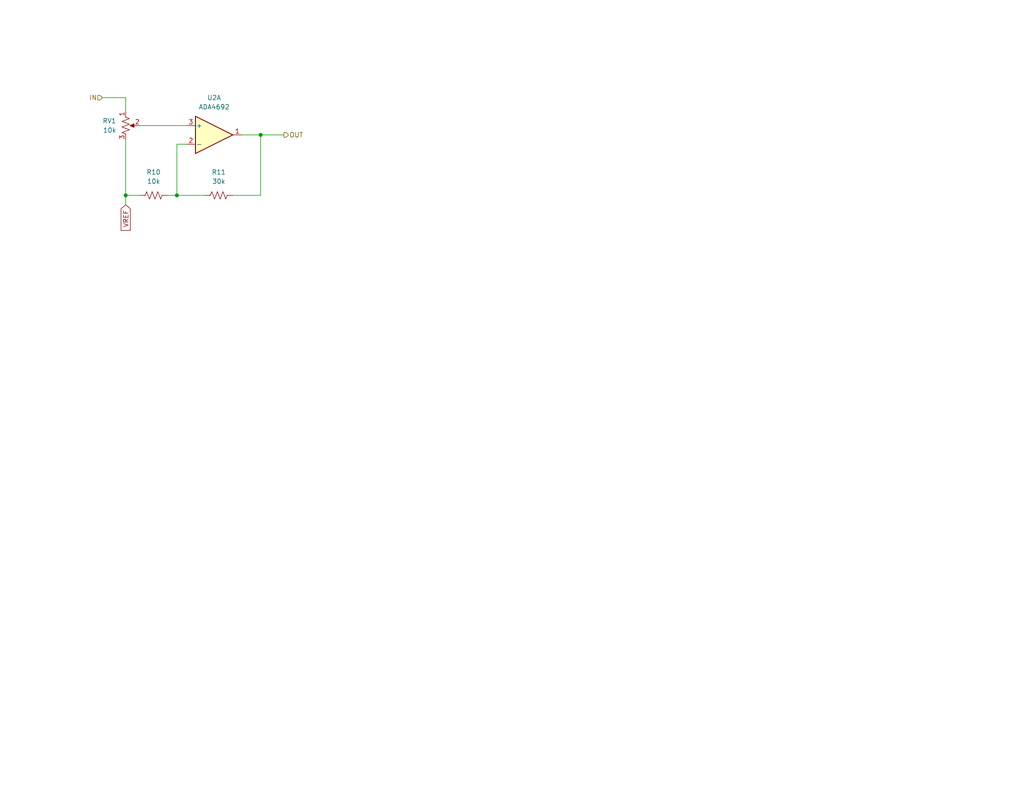
<source format=kicad_sch>
(kicad_sch (version 20250114) (generator "eeschema") (generator_version "9.0")
  (paper "USLetter")
  (title_block (title "EL223FP4L1") (date "2025-05-08") (rev "1") (company "Boles & Walker") (comment 1 "Input Gain"))
  (lib_symbols
    (symbol "Custom:ADA4692-2" (pin_names (offset 0.127))
      (property "Reference" "U" (at 2.54 6.35 0))
      (property "Value" "ADA4692-2" (at 2.54 3.81 0))
      (symbol "ADA4692-2_1_1"
        (polyline (pts (xy 5.08 0) (xy -5.08 5.08) (xy -5.08 -5.08) (xy 5.08 0)) (stroke (width 0.254)) (fill (type background)))
        (pin input line (at -7.62 2.54 0) (length 2.54) (name "+") (number "3"))
        (pin input line (at -7.62 -2.54 0) (length 2.54) (name "-") (number "2"))
        (pin output line (at 7.62 0 180) (length 2.54) (name "~") (number "1"))
      )
      (symbol "ADA4692-2_2_1"
        (polyline (pts (xy 5.08 0) (xy -5.08 5.08) (xy -5.08 -5.08) (xy 5.08 0)) (stroke (width 0.254)) (fill (type background)))
        (pin input line (at -7.62 2.54 0) (length 2.54) (name "+") (number "5"))
        (pin input line (at -7.62 -2.54 0) (length 2.54) (name "-") (number "6"))
        (pin output line (at 7.62 0 180) (length 2.54) (name "~") (number "7"))
      )
      (symbol "ADA4692-2_3_1"
        (pin power_in line (at 0 7.62 270) (length 3.81) (name "V+") (number "8"))
        (pin power_in line (at 0 -7.62 90) (length 3.81) (name "V-") (number "4"))
      )
    )
    (symbol "Device:R_Potentiometer_US" (pin_names (offset 1.016) (hide yes))
      (property "Reference" "RV" (at -4.445 0 90))
      (property "Value" "R_Potentiometer_US" (at -2.54 0 90))
      (symbol "R_Potentiometer_US_0_1"
        (polyline (pts (xy 0 2.54) (xy 0 2.286)))
        (polyline (pts (xy 0 2.286) (xy 1.016 1.905) (xy 0 1.524) (xy -1.016 1.143) (xy 0 0.762)))
        (polyline (pts (xy 0 0.762) (xy 1.016 0.381) (xy 0 0) (xy -1.016 -0.381) (xy 0 -0.762)))
        (polyline (pts (xy 0 -0.762) (xy 1.016 -1.143) (xy 0 -1.524) (xy -1.016 -1.905) (xy 0 -2.286)))
        (polyline (pts (xy 0 -2.286) (xy 0 -2.54)))
        (polyline (pts (xy 1.143 0) (xy 2.286 0.508) (xy 2.286 -0.508) (xy 1.143 0)) (fill (type outline)))
        (polyline (pts (xy 2.54 0) (xy 1.524 0)))
      )
      (symbol "R_Potentiometer_US_1_1"
        (pin passive line (at 0 3.81 270) (length 1.27) (name "1") (number "1"))
        (pin passive line (at 0 -3.81 90) (length 1.27) (name "3") (number "3"))
        (pin passive line (at 3.81 0 180) (length 1.27) (name "2") (number "2"))
      )
    )
    (symbol "Device:R_US" (pin_numbers (hide yes)) (pin_names (offset 0))
      (property "Reference" "R" (at 2.54 0 90))
      (property "Value" "R_US" (at -2.54 0 90))
      (symbol "R_US_0_1"
        (polyline (pts (xy 0 2.286) (xy 0 2.54)))
        (polyline (pts (xy 0 2.286) (xy 1.016 1.905) (xy 0 1.524) (xy -1.016 1.143) (xy 0 0.762)))
        (polyline (pts (xy 0 0.762) (xy 1.016 0.381) (xy 0 0) (xy -1.016 -0.381) (xy 0 -0.762)))
        (polyline (pts (xy 0 -0.762) (xy 1.016 -1.143) (xy 0 -1.524) (xy -1.016 -1.905) (xy 0 -2.286)))
        (polyline (pts (xy 0 -2.286) (xy 0 -2.54)))
      )
      (symbol "R_US_1_1"
        (pin passive line (at 0 3.81 270) (length 1.27) (name "~") (number "1"))
        (pin passive line (at 0 -3.81 90) (length 1.27) (name "~") (number "2"))
      )
    )
  )
  (junction (at 48.26 53.34))
  (junction (at 71.12 36.83))
  (junction (at 34.29 53.34))
  (wire (pts (xy 63.5 53.34) (xy 71.12 53.34)))
  (wire (pts (xy 38.1 34.29) (xy 50.8 34.29)))
  (wire (pts (xy 34.29 55.88) (xy 34.29 53.34)))
  (wire (pts (xy 34.29 26.67) (xy 34.29 30.48)))
  (wire (pts (xy 71.12 53.34) (xy 71.12 36.83)))
  (wire (pts (xy 48.26 39.37) (xy 50.8 39.37)))
  (wire (pts (xy 34.29 38.1) (xy 34.29 53.34)))
  (wire (pts (xy 48.26 53.34) (xy 55.88 53.34)))
  (wire (pts (xy 66.04 36.83) (xy 71.12 36.83)))
  (wire (pts (xy 27.94 26.67) (xy 34.29 26.67)))
  (wire (pts (xy 48.26 53.34) (xy 48.26 39.37)))
  (wire (pts (xy 45.72 53.34) (xy 48.26 53.34)))
  (wire (pts (xy 38.1 53.34) (xy 34.29 53.34)))
  (wire (pts (xy 71.12 36.83) (xy 77.47 36.83)))
  (global_label "VREF" (shape input) (at 34.29 55.88 270) (property "Intersheetrefs" "${INTERSHEET_REFS}" (effects (hide yes))))
  (hierarchical_label "IN" (shape input) (at 27.94 26.67 180))
  (hierarchical_label "OUT" (shape output) (at 77.47 36.83 0))
  (symbol (lib_id "Device:R_US") (at 41.91 53.34 90) (unit 1)
    (property "Reference" "R10" (at 41.91 46.99 90))
    (property "Value" "10k" (at 41.91 49.53 90))
    (property "Footprint" "Resistor_SMD:R_0805_2012Metric_Pad1.20x1.40mm_HandSolder" (effects (hide yes)))
    (property "Description" "Resistor, US symbol" (effects (hide yes)))
  )
  (symbol (lib_id "Device:R_Potentiometer_US") (at 34.29 34.29 0) (unit 1)
    (property "Reference" "RV1" (at 31.75 33.0199 0) (effects (justify right)))
    (property "Value" "10k" (at 31.75 35.5599 0) (effects (justify right)))
    (property "Footprint" "Potentiometer_THT:Potentiometer_Bourns_PTV09A-1_Single_Vertical" (effects (hide yes)))
    (property "Datasheet" "https://www.mouser.com/datasheet/2/54/ptv09-777818.pdf" (effects (hide yes)))
    (property "Description" "Potentiometer, US symbol" (effects (hide yes)))
    (property "Sim.Device" "R" (effects (hide yes)))
    (property "Sim.Type" "POT" (effects (hide yes)))
    (property "Sim.Pins" "1=r0 2=wiper 3=r1" (effects (hide yes)))
    (property "Sim.Params" "pos=0.75" (effects (hide yes)))
  )
  (symbol (lib_id "Custom:ADA4692-2") (at 58.42 36.83 0) (unit 1)
    (property "Reference" "U2" (at 58.42 26.67 0))
    (property "Value" "ADA4692" (at 58.42 29.21 0))
    (property "Footprint" "Package_SO:SOIC-8_3.9x4.9mm_P1.27mm" (effects (hide yes)))
    (property "Datasheet" "https://www.analog.com/media/en/technical-documentation/data-sheets/ADA4691-2_4691-4_4692-2_4692-4.pdf" (effects (hide yes)))
    (property "Description" "Dual Low Noise, Precision, Rail-to-Rail Output, JFET Op Amp, SOIC-8" (effects (hide yes)))
    (property "Sim.Library" "ada4692.sub" (effects (hide yes)))
    (property "Sim.Name" "ADA4692-2" (effects (hide yes)))
    (property "Sim.Device" "SUBCKT" (effects (hide yes)))
    (property "Sim.Pins" "1=AOUT 2=AIN- 3=AIN+ 4=V- 5=BIN+ 6=BIN- 7=BOUT 8=V+" (effects (hide yes)))
  )
  (symbol (lib_id "Device:R_US") (at 59.69 53.34 90) (unit 1)
    (property "Reference" "R11" (at 59.69 46.99 90))
    (property "Value" "30k" (at 59.69 49.53 90))
    (property "Footprint" "Resistor_SMD:R_0805_2012Metric_Pad1.20x1.40mm_HandSolder" (effects (hide yes)))
    (property "Description" "Resistor, US symbol" (effects (hide yes)))
  )
)
</source>
